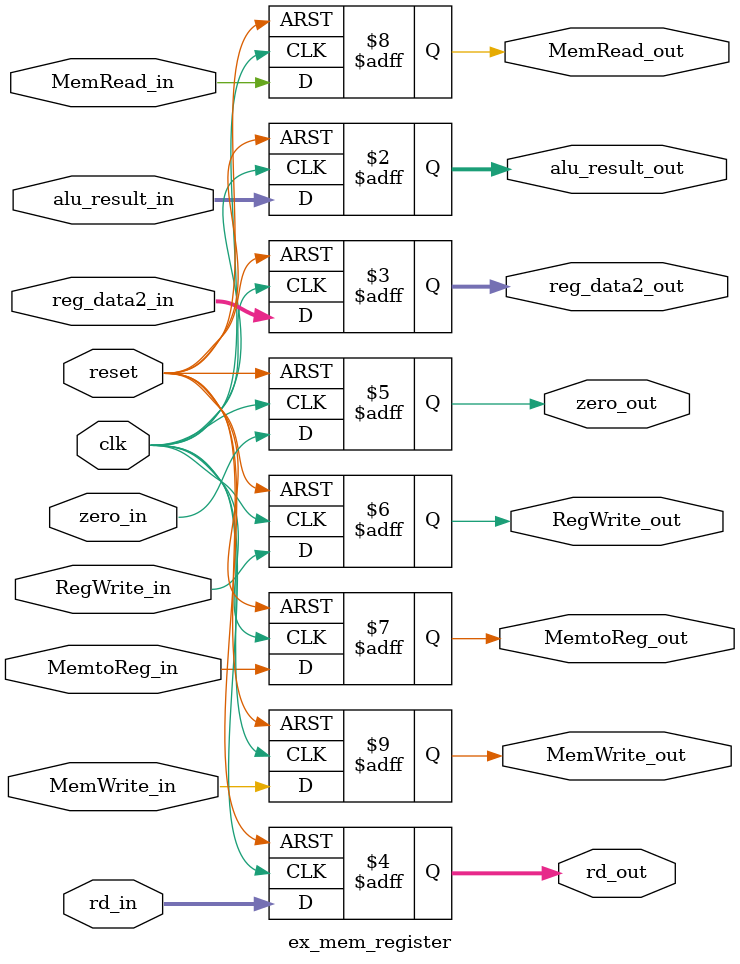
<source format=v>
module ex_mem_register (
    input wire clk,
    input wire reset,
    
    // Inputs from EX stage
    input wire [63:0] alu_result_in,
    input wire [63:0] reg_data2_in,
    input wire [4:0] rd_in,
    input wire zero_in,
    
    // Control signals
    input wire RegWrite_in,
    input wire MemtoReg_in,
    input wire MemRead_in,
    input wire MemWrite_in,
    
    // Outputs to MEM stage
    output reg [63:0] alu_result_out,
    output reg [63:0] reg_data2_out,
    output reg [4:0] rd_out,
    output reg zero_out,
    
    // Control outputs
    output reg RegWrite_out,
    output reg MemtoReg_out,
    output reg MemRead_out,
    output reg MemWrite_out
);

    always @(posedge clk or posedge reset) begin
        if (reset) begin
            alu_result_out <= 64'b0;
            reg_data2_out <= 64'b0;
            rd_out <= 5'b0;
            zero_out <= 1'b0;
            
            RegWrite_out <= 1'b0;
            MemtoReg_out <= 1'b0;
            MemRead_out <= 1'b0;
            MemWrite_out <= 1'b0;
        end
        else begin
            alu_result_out <= alu_result_in;
            reg_data2_out <= reg_data2_in;
            rd_out <= rd_in;
            zero_out <= zero_in;
            
            RegWrite_out <= RegWrite_in;
            MemtoReg_out <= MemtoReg_in;
            MemRead_out <= MemRead_in;
            MemWrite_out <= MemWrite_in;
        end
    end

endmodule
</source>
